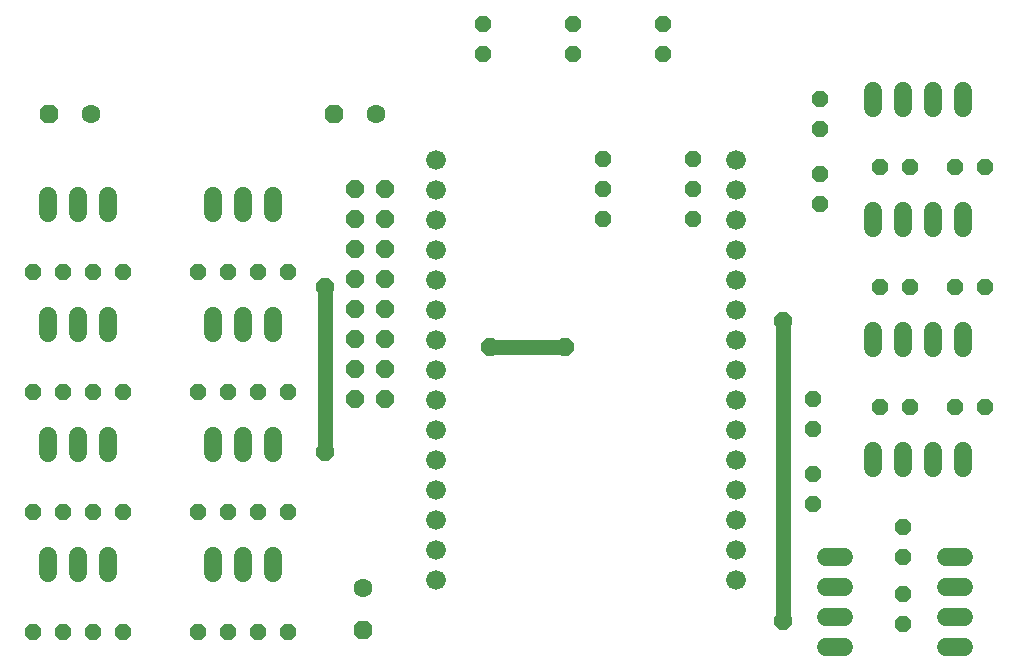
<source format=gbr>
G04 EAGLE Gerber RS-274X export*
G75*
%MOMM*%
%FSLAX34Y34*%
%LPD*%
%INTop Copper*%
%IPPOS*%
%AMOC8*
5,1,8,0,0,1.08239X$1,22.5*%
G01*
%ADD10P,1.732040X8X202.500000*%
%ADD11C,1.600200*%
%ADD12P,1.429621X8X22.500000*%
%ADD13P,1.429621X8X202.500000*%
%ADD14P,1.429621X8X112.500000*%
%ADD15P,1.429621X8X292.500000*%
%ADD16P,1.732040X8X292.500000*%
%ADD17P,1.649562X8X292.500000*%
%ADD18C,1.508000*%
%ADD19C,1.676400*%
%ADD20P,1.649562X8X22.500000*%
%ADD21C,1.270000*%


D10*
X64770Y495300D03*
D11*
X100330Y495300D03*
D12*
X101600Y57150D03*
X127000Y57150D03*
D13*
X76200Y57150D03*
X50800Y57150D03*
D12*
X241300Y361950D03*
X266700Y361950D03*
D13*
X215900Y361950D03*
X190500Y361950D03*
D12*
X241300Y260350D03*
X266700Y260350D03*
D13*
X215900Y260350D03*
X190500Y260350D03*
D12*
X241300Y158750D03*
X266700Y158750D03*
D13*
X215900Y158750D03*
X190500Y158750D03*
D12*
X241300Y57150D03*
X266700Y57150D03*
D13*
X215900Y57150D03*
X190500Y57150D03*
D10*
X306070Y495300D03*
D11*
X341630Y495300D03*
D14*
X717550Y482600D03*
X717550Y508000D03*
D15*
X717550Y444500D03*
X717550Y419100D03*
D13*
X793750Y450850D03*
X768350Y450850D03*
D12*
X831850Y450850D03*
X857250Y450850D03*
D13*
X793750Y349250D03*
X768350Y349250D03*
D12*
X831850Y349250D03*
X857250Y349250D03*
D13*
X793750Y247650D03*
X768350Y247650D03*
D12*
X831850Y247650D03*
X857250Y247650D03*
D15*
X711200Y190500D03*
X711200Y165100D03*
D14*
X711200Y228600D03*
X711200Y254000D03*
D16*
X330200Y58420D03*
D11*
X330200Y93980D03*
D15*
X787400Y88900D03*
X787400Y63500D03*
D14*
X787400Y120650D03*
X787400Y146050D03*
D12*
X101600Y361950D03*
X127000Y361950D03*
D13*
X76200Y361950D03*
X50800Y361950D03*
D12*
X101600Y260350D03*
X127000Y260350D03*
D13*
X76200Y260350D03*
X50800Y260350D03*
D12*
X101600Y158750D03*
X127000Y158750D03*
D13*
X76200Y158750D03*
X50800Y158750D03*
D14*
X431800Y546100D03*
X431800Y571500D03*
X508000Y546100D03*
X508000Y571500D03*
X584200Y546100D03*
X584200Y571500D03*
D17*
X349250Y431800D03*
X323850Y431800D03*
X349250Y406400D03*
X323850Y406400D03*
X349250Y381000D03*
X323850Y381000D03*
X349250Y355600D03*
X323850Y355600D03*
X349250Y330200D03*
X323850Y330200D03*
X349250Y304800D03*
X323850Y304800D03*
X349250Y279400D03*
X323850Y279400D03*
X349250Y254000D03*
X323850Y254000D03*
D18*
X761852Y500460D02*
X761852Y515540D01*
X787266Y515540D02*
X787266Y500460D01*
X812666Y500460D02*
X812666Y515540D01*
X838066Y515540D02*
X838066Y500460D01*
X761852Y413940D02*
X761852Y398860D01*
X787266Y398860D02*
X787266Y413940D01*
X812666Y413940D02*
X812666Y398860D01*
X838066Y398860D02*
X838066Y413940D01*
X761852Y312340D02*
X761852Y297260D01*
X787266Y297260D02*
X787266Y312340D01*
X812666Y312340D02*
X812666Y297260D01*
X838066Y297260D02*
X838066Y312340D01*
X761852Y210740D02*
X761852Y195660D01*
X787266Y195660D02*
X787266Y210740D01*
X812666Y210740D02*
X812666Y195660D01*
X838066Y195660D02*
X838066Y210740D01*
X737790Y44302D02*
X722710Y44302D01*
X722710Y69716D02*
X737790Y69716D01*
X737790Y95116D02*
X722710Y95116D01*
X722710Y120516D02*
X737790Y120516D01*
X824310Y44302D02*
X839390Y44302D01*
X839390Y69716D02*
X824310Y69716D01*
X824310Y95116D02*
X839390Y95116D01*
X839390Y120516D02*
X824310Y120516D01*
D13*
X609600Y457200D03*
X533400Y457200D03*
X609600Y431800D03*
X533400Y431800D03*
X609600Y406400D03*
X533400Y406400D03*
D18*
X63352Y411560D02*
X63352Y426640D01*
X88766Y426640D02*
X88766Y411560D01*
X114166Y411560D02*
X114166Y426640D01*
X63352Y325040D02*
X63352Y309960D01*
X88766Y309960D02*
X88766Y325040D01*
X114166Y325040D02*
X114166Y309960D01*
X63352Y223440D02*
X63352Y208360D01*
X88766Y208360D02*
X88766Y223440D01*
X114166Y223440D02*
X114166Y208360D01*
X63352Y121840D02*
X63352Y106760D01*
X88766Y106760D02*
X88766Y121840D01*
X114166Y121840D02*
X114166Y106760D01*
X203052Y411560D02*
X203052Y426640D01*
X228466Y426640D02*
X228466Y411560D01*
X253866Y411560D02*
X253866Y426640D01*
X203052Y325040D02*
X203052Y309960D01*
X228466Y309960D02*
X228466Y325040D01*
X253866Y325040D02*
X253866Y309960D01*
X203052Y223440D02*
X203052Y208360D01*
X228466Y208360D02*
X228466Y223440D01*
X253866Y223440D02*
X253866Y208360D01*
X203052Y121840D02*
X203052Y106760D01*
X228466Y106760D02*
X228466Y121840D01*
X253866Y121840D02*
X253866Y106760D01*
D19*
X646100Y101500D03*
X646100Y126900D03*
X646100Y152300D03*
X646100Y177700D03*
X646100Y203100D03*
X646100Y228500D03*
X646100Y253900D03*
X646100Y279300D03*
X646100Y304700D03*
X646100Y330100D03*
X646100Y355500D03*
X646100Y380900D03*
X646100Y406300D03*
X646100Y431700D03*
X646100Y457100D03*
X392050Y101500D03*
X392050Y126900D03*
X392050Y152300D03*
X392050Y177700D03*
X392050Y203100D03*
X392050Y228500D03*
X392050Y253900D03*
X392050Y279300D03*
X392050Y304700D03*
X392050Y330100D03*
X392050Y355500D03*
X392050Y380900D03*
X392050Y406300D03*
X392050Y431700D03*
X392050Y457100D03*
D20*
X298450Y209550D03*
X298450Y349250D03*
X438150Y298450D03*
X501650Y298450D03*
X685800Y320675D03*
X685800Y66675D03*
D21*
X501650Y298450D02*
X438150Y298450D01*
X298450Y349250D02*
X298450Y209550D01*
X685800Y320675D02*
X685800Y66675D01*
M02*

</source>
